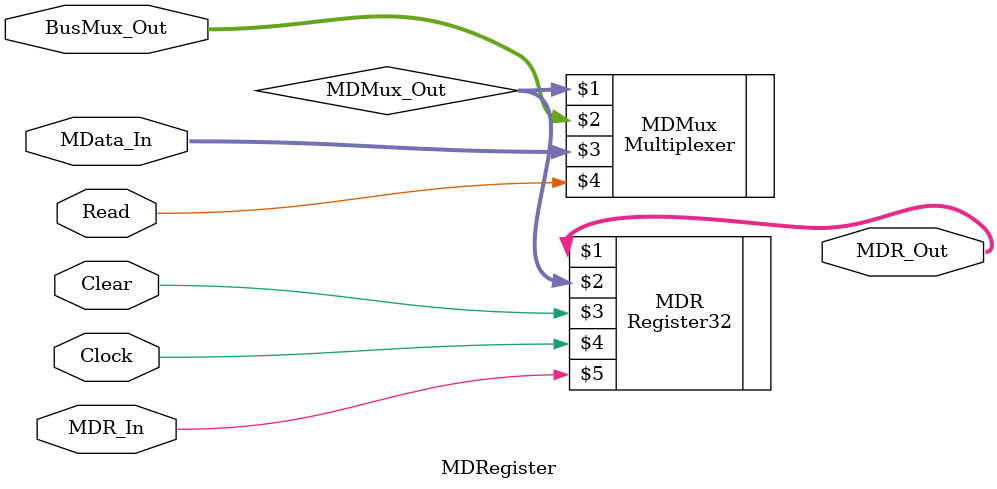
<source format=v>

module MDRegister (
  output [31:0] MDR_Out,
  input [31:0] BusMux_Out, MData_In,
  input Read, Clear, Clock, MDR_In
);
  
  wire [31:0] MDMux_Out;
  
  Multiplexer MDMux (MDMux_Out, BusMux_Out, MData_In, Read);
  Register32 MDR (MDR_Out, MDMux_Out, Clear, Clock, MDR_In);
endmodule // MDRegister
</source>
